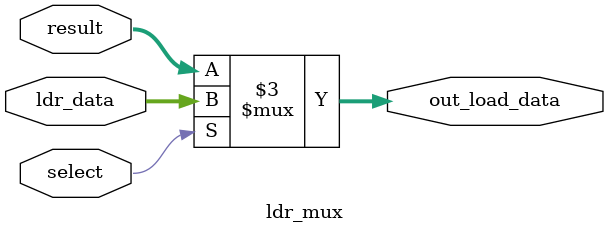
<source format=v>


// ldr_data: 32 bit data coming from the memory controller.

// result: 32 bit result from the ALU.

// out_load_data: 32 bit data that must be sent to the registers.

module ldr_mux(select, ldr_data, result, out_load_data);
    input select;
    input [31:0] ldr_data, result;
    output reg [31:0] out_load_data;

    always @ *
    begin
        if (select)
            out_load_data = ldr_data;
        else
            out_load_data = result;
    end
endmodule
</source>
